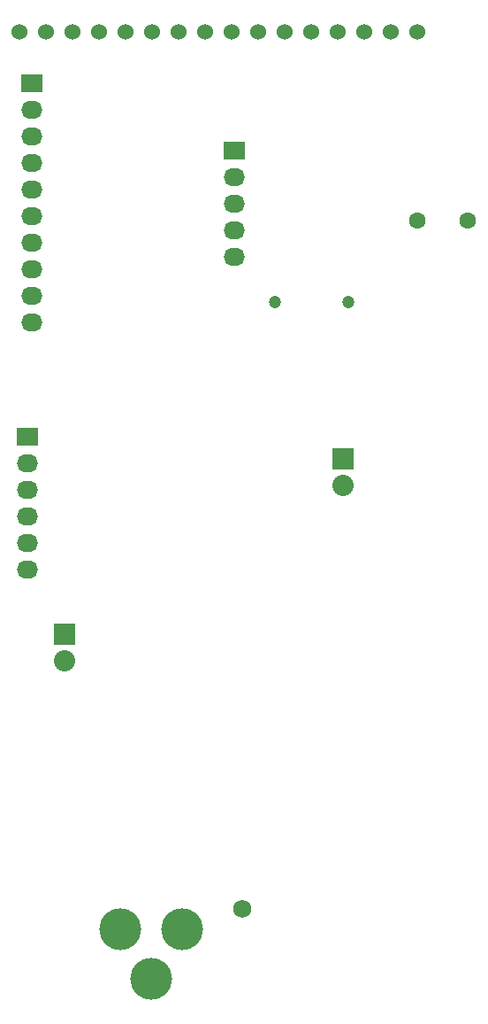
<source format=gbl>
%TF.GenerationSoftware,KiCad,Pcbnew,4.0.5-e0-6337~49~ubuntu16.04.1*%
%TF.CreationDate,2017-07-27T13:02:09-07:00*%
%TF.ProjectId,mcphail-main-board,6D63706861696C2D6D61696E2D626F61,1.0*%
%TF.FileFunction,Copper,L2,Bot,Signal*%
%FSLAX46Y46*%
G04 Gerber Fmt 4.6, Leading zero omitted, Abs format (unit mm)*
G04 Created by KiCad (PCBNEW 4.0.5-e0-6337~49~ubuntu16.04.1) date Thu Jul 27 13:02:09 2017*
%MOMM*%
%LPD*%
G01*
G04 APERTURE LIST*
%ADD10C,0.350000*%
%ADD11R,2.032000X2.032000*%
%ADD12O,2.032000X2.032000*%
%ADD13R,2.032000X1.727200*%
%ADD14O,2.032000X1.727200*%
%ADD15C,1.200000*%
%ADD16C,1.524000*%
%ADD17C,4.000000*%
%ADD18C,1.727200*%
%ADD19C,1.600000*%
%ADD20C,0.350000*%
G04 APERTURE END LIST*
D10*
D11*
X57158762Y-78149000D03*
D12*
X57158762Y-80689000D03*
D11*
X83836381Y-61389000D03*
D12*
X83836381Y-63929000D03*
D13*
X53659000Y-59299001D03*
D14*
X53659000Y-61839001D03*
X53659000Y-64379001D03*
X53659000Y-66919001D03*
X53659000Y-69459001D03*
X53659000Y-71999001D03*
D15*
X77289001Y-46365201D03*
X84389001Y-46365201D03*
D13*
X73459000Y-31919401D03*
D14*
X73459000Y-34459401D03*
X73459000Y-36999401D03*
X73459000Y-39539401D03*
X73459000Y-42079401D03*
D16*
X52870201Y-20569000D03*
X55410201Y-20569000D03*
X57950201Y-20569000D03*
X60490201Y-20569000D03*
X63030201Y-20569000D03*
X65570201Y-20569000D03*
X68110201Y-20569000D03*
X70650201Y-20569000D03*
X73190201Y-20569000D03*
X75730201Y-20569000D03*
X78270201Y-20569000D03*
X80810201Y-20569000D03*
X83350201Y-20569000D03*
X85890201Y-20569000D03*
X88430201Y-20569000D03*
X90970201Y-20569000D03*
D17*
X68473741Y-106360401D03*
X62474261Y-106360401D03*
X65474001Y-111059401D03*
D13*
X54029000Y-25509401D03*
D14*
X54029000Y-28049401D03*
X54029000Y-30589401D03*
X54029000Y-33129401D03*
X54029000Y-35669401D03*
X54029000Y-38209401D03*
X54029000Y-40749401D03*
X54029000Y-43289401D03*
X54029000Y-45829401D03*
X54029000Y-48369401D03*
D18*
X74179000Y-104371400D03*
D19*
X90925601Y-38595601D03*
X95805601Y-38595601D03*
D20*
X57158762Y-78149000D03*
X57158762Y-80689000D03*
X83836381Y-61389000D03*
X83836381Y-63929000D03*
X53659000Y-59299001D03*
X53659000Y-61839001D03*
X53659000Y-64379001D03*
X53659000Y-66919001D03*
X53659000Y-69459001D03*
X53659000Y-71999001D03*
X77289001Y-46365201D03*
X84389001Y-46365201D03*
X73459000Y-31919401D03*
X73459000Y-34459401D03*
X73459000Y-36999401D03*
X73459000Y-39539401D03*
X73459000Y-42079401D03*
X52870201Y-20569000D03*
X55410201Y-20569000D03*
X57950201Y-20569000D03*
X60490201Y-20569000D03*
X63030201Y-20569000D03*
X65570201Y-20569000D03*
X68110201Y-20569000D03*
X70650201Y-20569000D03*
X73190201Y-20569000D03*
X75730201Y-20569000D03*
X78270201Y-20569000D03*
X80810201Y-20569000D03*
X83350201Y-20569000D03*
X85890201Y-20569000D03*
X88430201Y-20569000D03*
X90970201Y-20569000D03*
X68473741Y-106360401D03*
X62474261Y-106360401D03*
X65474001Y-111059401D03*
X54029000Y-25509401D03*
X54029000Y-28049401D03*
X54029000Y-30589401D03*
X54029000Y-33129401D03*
X54029000Y-35669401D03*
X54029000Y-38209401D03*
X54029000Y-40749401D03*
X54029000Y-43289401D03*
X54029000Y-45829401D03*
X54029000Y-48369401D03*
X74179000Y-104371400D03*
X90925601Y-38595601D03*
X95805601Y-38595601D03*
M02*

</source>
